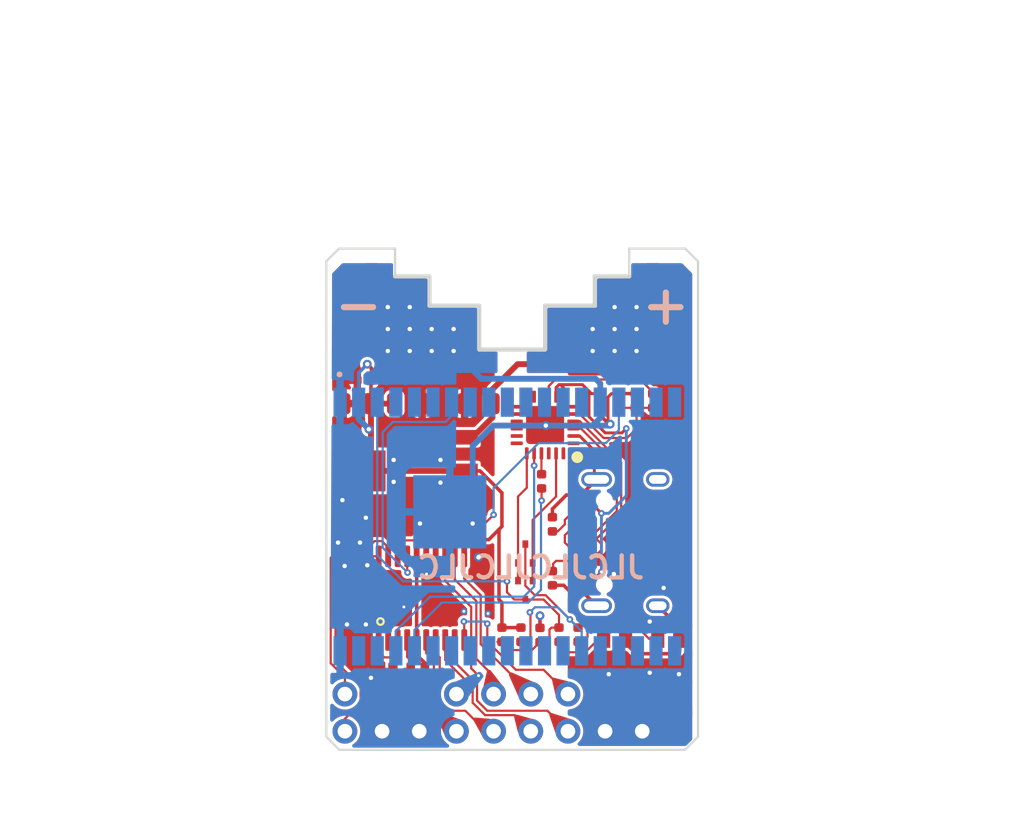
<source format=kicad_pcb>
(kicad_pcb (version 20241229) (generator "pcbnew") (generator_version "9.0")
  (layers (0 "F.Cu" signal) (4 "In1.Cu" signal) (6 "In2.Cu" signal) (2 "B.Cu" signal) (13 "F.Paste" user) (15 "B.Paste" user) (5 "F.SilkS" user "F.Silkscreen") (7 "B.SilkS" user "B.Silkscreen") (1 "F.Mask" user) (3 "B.Mask" user) (25 "Edge.Cuts" user))
  (net 0 "")
  (net 1 "Net-(U4-REGIN)")
  (net 2 "Net-(J1-Pin_3)")
  (net 3 "Net-(J1-Pin_4)")
  (net 4 "Net-(J1-Pin_6)")
  (net 5 "Net-(J1-Pin_5)")
  (net 6 "Net-(U4-D+)")
  (net 7 "Net-(J2-CC2)")
  (net 8 "Net-(U4-D-)")
  (net 9 "Net-(J2-CC1)")
  (net 12 "Net-(J3-Pin_4)")
  (net 13 "Net-(J3-Pin_2)")
  (net 14 "Net-(J3-Pin_1)")
  (net 15 "Net-(J3-Pin_3)")
  (net 16 "Net-(Q1-E)")
  (net 17 "Net-(Q1-B)")
  (net 18 "Net-(U4-TXD)")
  (net 19 "Net-(U4-~{RST})")
  (net 20 "Net-(U2-NRST)")
  (net 21 "Net-(U2-BOOT0)")
  (net 22 "Net-(SW1-A)")
  (net 23 "Net-(SW2-A)")
  (net 46 "GND")
  (net 48 "+5V")
  (net 49 "3V3")
  (net 50 "VIO")
  (net 51 "ESPEN")
  (net 58 "ESPRST")
  (net 59 "ESPRX")
  (net 64 "ESPTX")
  (net 65 "STMTX")
  (net 66 "STMRX")
  (net 67 "SWDIO")
  (net 68 "SWDCLK")
  (footprint "Connector_PinHeader_2.54mm:PinHeader_1x08_P2.54mm_Vertical" (layer "F.Cu") (at 0 0 90)
    (property "Reference" "J1" (hide yes))
    (property "Value" "Conn_01x08_Male")
  )
  (footprint "Connector_PinHeader_2.54mm:PinHeader_1x04_P2.54mm_Vertical" (layer "F.Cu") (at -3.81 -2.54 90)
    (property "Reference" "J3" (hide yes))
    (property "Value" "Conn_01x04_Male")
  )
  (footprint "Connector_PinHeader_2.54mm:PinHeader_1x02_P2.54mm_Vertical" (layer "F.Cu") (at -11.43 -2.54)
    (property "Reference" "J4" (hide yes))
    (property "Value" "Conn_01x02_Male")
  )
  (footprint "Package_DFN_QFN:QFN-24-1EP_4x4mm_P0.5mm_EP2.6x2.6mm" (layer "F.Cu") (at 2.25 -20.9375 90)
    (property "Reference" "U4" (hide yes))
    (property "Value" "CP2104")
  )
  (footprint "footprints:USB_C_Receptacle_HRO_TYPE-C-31-M-12" (layer "F.Cu") (at 8.9 -12.9 90)
    (property "Reference" "J2" (hide yes))
    (property "Value" "USB_C_Receptacle_USB2.0")
  )
  (footprint "Resistor_SMD:R_0402_1005Metric" (layer "F.Cu") (at 2.01 -17.09 90)
    (property "Reference" "R1" (hide yes))
    (property "Value" "1k")
  )
  (footprint "Package_TO_SOT_SMD:SOT-223-3_TabPin2" (layer "F.Cu") (at -6.5 -17.8)
    (property "Reference" "U3" (hide yes))
    (property "Value" "AMS1117-3.3")
  )
  (footprint "Capacitor_SMD:C_0402_1005Metric" (layer "F.Cu") (at 5.9 -22.6 -90)
    (property "Reference" "C1" (hide yes))
    (property "Value" "1uF")
  )
  (footprint "Capacitor_SMD:C_0402_1005Metric" (layer "F.Cu") (at 8.4 -22.6 90)
    (property "Reference" "C3" (hide yes))
    (property "Value" "100nF")
  )
  (footprint "Capacitor_SMD:C_0402_1005Metric" (layer "F.Cu") (at -10.1 -24 180)
    (property "Reference" "C5" (hide yes))
    (property "Value" "100nF")
  )
  (footprint "Capacitor_SMD:C_0402_1005Metric" (layer "F.Cu") (at 7.2 -22.6 90)
    (property "Reference" "C6" (hide yes))
    (property "Value" "1uF")
  )
  (footprint "Capacitor_SMD:C_0402_1005Metric" (layer "F.Cu") (at -6.45 -3.15 180)
    (property "Reference" "C8" (hide yes))
    (property "Value" "100nF")
  )
  (footprint "Resistor_SMD:R_0402_1005Metric" (layer "F.Cu") (at 9.6 -22.6 90)
    (property "Reference" "R2" (hide yes))
    (property "Value" "10k")
  )
  (footprint "Resistor_SMD:R_0402_1005Metric" (layer "F.Cu") (at -0.7 -6.6 -90)
    (property "Reference" "R5" (hide yes))
    (property "Value" "10k")
  )
  (footprint "Resistor_SMD:R_0402_1005Metric" (layer "F.Cu") (at -6.45 -4.4)
    (property "Reference" "R6" (hide yes))
    (property "Value" "10k")
  )
  (footprint "Resistor_SMD:R_0402_1005Metric" (layer "F.Cu") (at -8.15 -3.95 -90)
    (property "Reference" "R7" (hide yes))
    (property "Value" "10k")
  )
  (footprint "Resistor_SMD:R_0402_1005Metric" (layer "F.Cu") (at 2.75 -10.465 90)
    (property "Reference" "R8" (hide yes))
    (property "Value" "5.1k")
  )
  (footprint "Resistor_SMD:R_0402_1005Metric" (layer "F.Cu") (at 2.75 -14.15 -90)
    (property "Reference" "R9" (hide yes))
    (property "Value" "5.1k")
  )
  (footprint "Resistor_SMD:R_0402_1005Metric" (layer "F.Cu") (at 3.2 -6.6 -90)
    (property "Reference" "R10" (hide yes))
    (property "Value" "470 Ohm")
  )
  (footprint "Resistor_SMD:R_0402_1005Metric" (layer "F.Cu") (at 0.6 -6.6 -90)
    (property "Reference" "R11" (hide yes))
    (property "Value" "10k")
  )
  (footprint "Resistor_SMD:R_0402_1005Metric" (layer "F.Cu") (at 4.5 -6.6 -90)
    (property "Reference" "R12" (hide yes))
    (property "Value" "470 Ohm")
  )
  (footprint "Capacitor_SMD:C_0402_1005Metric" (layer "F.Cu") (at 1.9 -6.585 90)
    (property "Reference" "C7" (hide yes))
    (property "Value" "1uF")
  )
  (footprint "Capacitor_SMD:C_0805_2012Metric" (layer "F.Cu") (at -2.3 -22.4 180)
    (property "Reference" "C2" (hide yes))
    (property "Value" "10uF")
  )
  (footprint "Capacitor_SMD:C_0805_2012Metric" (layer "F.Cu") (at -10.6 -22.4 180)
    (property "Reference" "C4" (hide yes))
    (property "Value" "10uF")
  )
  (footprint "Package_TO_SOT_SMD:SOT-523" (layer "F.Cu") (at 0.9 -12.15 90)
    (property "Reference" "Q2" (hide yes))
    (property "Value" "DTC114T")
  )
  (footprint "footprints:XKB-TS1185EC" (layer "F.Cu") (at 7 -4.4 90)
    (property "Reference" "SW1" (hide yes))
    (property "Value" "SW_SPST")
  )
  (footprint "Package_SO:TSSOP-20_4.4x6.5mm_P0.65mm" (layer "F.Cu") (at -6.2 -9.1 90)
    (property "Reference" "U2" (hide yes))
    (property "Value" "STM32F030F4Px")
  )
  (footprint "footprints:XKB-TS1185EC" (layer "F.Cu") (at 10.7 -4.4 90)
    (property "Reference" "SW2" (hide yes))
    (property "Value" "SW_SPST")
  )
  (footprint "Capacitor_SMD:C_0805_2012Metric" (layer "F.Cu") (at -7.1 -22.4)
    (property "Reference" "C9" (hide yes))
    (property "Value" "10uF")
  )
  (footprint "Package_TO_SOT_SMD:SOT-523" (layer "F.Cu") (at 0.9 -9.65 -90)
    (property "Reference" "Q1" (hide yes))
    (property "Value" "DTC114T")
  )
  (footprint "esp32-wrover:XCVR_ESP32-WROVER" (layer "B.Cu") (at -3.5 -14 -90)
    (property "Reference" "U1" (hide yes))
    (property "Value" "ESP32-WROVER")
  )
  (gr_line (start 9.5 -29) (end 11.5 -29) (stroke (width 0.4)) (layer "F.SilkS"))
  (gr_line (start 10.5 -28) (end 10.5 -30) (stroke (width 0.4)) (layer "F.SilkS"))
  (gr_line (start -11.5 -29) (end -9.5 -29) (stroke (width 0.4)) (layer "F.SilkS"))
  (gr_line (start 9.5 -29) (end 11.5 -29) (stroke (width 0.4)) (layer "B.SilkS"))
  (gr_line (start -11.5 -29) (end -9.5 -29) (stroke (width 0.4)) (layer "B.SilkS"))
  (gr_line (start 10.5 -28) (end 10.5 -30) (stroke (width 0.4)) (layer "B.SilkS"))
  (gr_line (start -12.7 -32.131) (end -11.83 -33) (stroke (width 0.15)) (layer "Edge.Cuts"))
  (gr_line (start -5.649784 -31.09991) (end -8.000028 -31.09991) (stroke (width 0.282843)) (layer "Edge.Cuts"))
  (gr_line (start -8 -31.1) (end -8 -33) (stroke (width 0.15)) (layer "Edge.Cuts"))
  (gr_line (start -12.7 0.381) (end -11.811 1.27) (stroke (width 0.15)) (layer "Edge.Cuts"))
  (gr_line (start 5.649267 -31.09991) (end 5.649267 -29.100034) (stroke (width 0.282843)) (layer "Edge.Cuts"))
  (gr_line (start 2.249992 -29.100034) (end 2.249992 -26.099698) (stroke (width 0.282843)) (layer "Edge.Cuts"))
  (gr_line (start -2.249992 -29.100034) (end -5.649784 -29.100034) (stroke (width 0.282843)) (layer "Edge.Cuts"))
  (gr_line (start -5.649784 -29.100034) (end -5.649784 -31.09991) (stroke (width 0.282843)) (layer "Edge.Cuts"))
  (gr_line (start 11.811 1.27) (end 12.7 0.381) (stroke (width 0.15)) (layer "Edge.Cuts"))
  (gr_line (start 8 -33) (end 11.83 -33) (stroke (width 0.15)) (layer "Edge.Cuts"))
  (gr_line (start -12.7 0.381) (end -12.7 -32.131) (stroke (width 0.15)) (layer "Edge.Cuts"))
  (gr_line (start 5.649267 -29.100034) (end 2.249992 -29.100034) (stroke (width 0.282843)) (layer "Edge.Cuts"))
  (gr_line (start 2.249992 -26.099698) (end -2.249992 -26.099698) (stroke (width 0.282843)) (layer "Edge.Cuts"))
  (gr_line (start 12.7 0.381) (end 12.7 -32.131) (stroke (width 0.15)) (layer "Edge.Cuts"))
  (gr_line (start -2.249992 -26.099698) (end -2.249992 -29.100034) (stroke (width 0.282843)) (layer "Edge.Cuts"))
  (gr_line (start 11.83 -33) (end 12.7 -32.131) (stroke (width 0.15)) (layer "Edge.Cuts"))
  (gr_line (start -11.83 -33) (end -8 -33) (stroke (width 0.15)) (layer "Edge.Cuts"))
  (gr_line (start 8 -31.1) (end 8 -33) (stroke (width 0.15)) (layer "Edge.Cuts"))
  (gr_line (start -11.811 1.27) (end 11.811 1.27) (stroke (width 0.15)) (layer "Edge.Cuts"))
  (gr_line (start 7.999512 -31.09991) (end 5.649267 -31.09991) (stroke (width 0.282843)) (layer "Edge.Cuts"))
  (gr_text "JLCJLCJLCJLC" (at 1.27 -11.2 0) (layer "B.SilkS") (effects (font (size 1.5 1.5) (thickness 0.3)) (justify mirror)))
  (segment (start 3 -23.5) (end 3.2 -23.7) (width 0.2) (layer "F.Cu") (net 1))
  (segment (start 3.2 -23.7) (end 3.3 -23.7) (width 0.2) (layer "F.Cu") (net 1))
  (segment (start 3.3 -23.7) (end 3.5 -23.5) (width 0.2) (layer "F.Cu") (net 1))
  (segment (start 3.5 -23.5) (end 3.5 -22.875) (width 0.2) (layer "F.Cu") (net 1))
  (segment (start 6.1 -14.9) (end 5.65 -15.35) (width 0.2) (layer "F.Cu") (net 1))
  (segment (start 5.65 -15.35) (end 4.855 -15.35) (width 0.2) (layer "F.Cu") (net 1))
  (segment (start 6.1 -10.9) (end 5.65 -10.45) (width 0.2) (layer "F.Cu") (net 1))
  (segment (start 5.65 -10.45) (end 4.855 -10.45) (width 0.2) (layer "F.Cu") (net 1))
  (segment (start 7.8 -20.7) (end 7.5 -20.4) (width 0.2) (layer "F.Cu") (net 1))
  (segment (start 7.5 -20.4) (end 6.359622 -20.4) (width 0.2) (layer "F.Cu") (net 1))
  (segment (start 4.8 -23.7) (end 3.3 -23.7) (width 0.2) (layer "F.Cu") (net 1))
  (segment (start 6.359622 -20.4) (end 5.25 -21.509622) (width 0.2) (layer "F.Cu") (net 1))
  (segment (start 5.25 -23.25) (end 4.8 -23.7) (width 0.2) (layer "F.Cu") (net 1))
  (segment (start 3 -22.875) (end 3 -23.5) (width 0.2) (layer "F.Cu") (net 1))
  (segment (start 5.25 -21.509622) (end 5.25 -23.25) (width 0.2) (layer "F.Cu") (net 1))
  (segment (start 5.9 -23.085) (end 5.415 -23.085) (width 0.2) (layer "F.Cu") (net 1))
  (segment (start 5.415 -23.085) (end 5.25 -23.25) (width 0.2) (layer "F.Cu") (net 1))
  (via (at 6.1 -14.9) (size 0.45) (drill 0.2) (layers "F.Cu" "B.Cu") (net 1))
  (via (at 6.1 -10.9) (size 0.45) (drill 0.2) (layers "F.Cu" "B.Cu") (net 1))
  (via (at 7.8 -20.7) (size 0.45) (drill 0.2) (layers "F.Cu" "B.Cu") (net 1))
  (segment (start 7.8 -20.7) (end 7.8 -16.1) (width 0.2) (layer "B.Cu") (net 1))
  (segment (start 7.8 -16.1) (end 6.6 -14.9) (width 0.2) (layer "B.Cu") (net 1))
  (segment (start 6.1 -14.9) (end 6.6 -14.9) (width 0.2) (layer "B.Cu") (net 1))
  (segment (start 6.1 -14.9) (end 6.1 -10.9) (width 0.2) (layer "B.Cu") (net 1))
  (segment (start -5.355 -1.895) (end -5.35 -1.9) (width 0.15) (layer "F.Cu") (net 2))
  (segment (start -5.35 -4.825) (end -5.875 -5.35) (width 0.15) (layer "F.Cu") (net 2))
  (segment (start -5.355 -1.545) (end -5.355 -1.895) (width 0.15) (layer "F.Cu") (net 2))
  (segment (start -5.35 -1.9) (end -5.35 -4.825) (width 0.15) (layer "F.Cu") (net 2))
  (segment (start -3.81 0) (end -5.355 -1.545) (width 0.15) (layer "F.Cu") (net 2))
  (segment (start -5.875 -5.35) (end -5.875 -6.2375) (width 0.15) (layer "F.Cu") (net 2))
  (segment (start -1.8 0) (end -3.2 -1.4) (width 0.15) (layer "F.Cu") (net 3))
  (segment (start -5.225 -5.325) (end -5.225 -6.2375) (width 0.15) (layer "F.Cu") (net 3))
  (segment (start -4.95 -1.95) (end -4.95 -5.05) (width 0.15) (layer "F.Cu") (net 3))
  (segment (start -3.2 -1.4) (end -4.4 -1.4) (width 0.15) (layer "F.Cu") (net 3))
  (segment (start -1.27 0) (end -1.8 0) (width 0.15) (layer "F.Cu") (net 3))
  (segment (start -4.4 -1.4) (end -4.95 -1.95) (width 0.15) (layer "F.Cu") (net 3))
  (segment (start -4.95 -5.05) (end -5.225 -5.325) (width 0.15) (layer "F.Cu") (net 3))
  (segment (start -2.39999 -3.19999) (end -2.39999 -2.09999) (width 0.15) (layer "F.Cu") (net 4))
  (segment (start 2.41 -1.4) (end 2.5 -1.31) (width 0.15) (layer "F.Cu") (net 4))
  (segment (start 2.5 -1.31) (end 3.81 0) (width 0.15) (layer "F.Cu") (net 4))
  (segment (start -1.7 -1.4) (end 2.41 -1.4) (width 0.15) (layer "F.Cu") (net 4))
  (segment (start -3.925 -6.2375) (end -3.925 -4.725) (width 0.15) (layer "F.Cu") (net 4))
  (segment (start -2.39999 -2.09999) (end -1.7 -1.4) (width 0.15) (layer "F.Cu") (net 4))
  (segment (start -3.925 -4.725) (end -2.39999 -3.19999) (width 0.15) (layer "F.Cu") (net 4))
  (segment (start -2.7 -1.95) (end -1.85 -1.1) (width 0.15) (layer "F.Cu") (net 5))
  (segment (start 0.17 -1.1) (end 1.27 0) (width 0.15) (layer "F.Cu") (net 5))
  (segment (start -2.7 -3) (end -2.7 -1.95) (width 0.15) (layer "F.Cu") (net 5))
  (segment (start -4.575 -4.875) (end -2.7 -3) (width 0.15) (layer "F.Cu") (net 5))
  (segment (start -1.85 -1.1) (end 0.17 -1.1) (width 0.15) (layer "F.Cu") (net 5))
  (segment (start -4.575 -6.2375) (end -4.575 -4.875) (width 0.15) (layer "F.Cu") (net 5))
  (segment (start 3.85 -12.65) (end 3.6 -12.9) (width 0.15) (layer "F.Cu") (net 6))
  (segment (start 3.6 -12.9) (end 3.6 -13.4) (width 0.15) (layer "F.Cu") (net 6))
  (segment (start 3.6 -13.4) (end 3.85 -13.65) (width 0.15) (layer "F.Cu") (net 6))
  (segment (start 3.85 -13.65) (end 4.855 -13.65) (width 0.15) (layer "F.Cu") (net 6))
  (segment (start 4.6125 -20.6875) (end 4.1875 -20.6875) (width 0.15) (layer "F.Cu") (net 6))
  (segment (start 7.15 -15.05) (end 7.15 -18.25) (width 0.15) (layer "F.Cu") (net 6))
  (segment (start 5.75 -13.65) (end 7.15 -15.05) (width 0.15) (layer "F.Cu") (net 6))
  (segment (start 4.855 -13.65) (end 5.75 -13.65) (width 0.15) (layer "F.Cu") (net 6))
  (segment (start 4.7125 -20.6875) (end 4.1875 -20.6875) (width 0.15) (layer "F.Cu") (net 6))
  (segment (start 4.855 -12.65) (end 3.85 -12.65) (width 0.15) (layer "F.Cu") (net 6))
  (segment (start 7.15 -18.25) (end 4.7125 -20.6875) (width 0.15) (layer "F.Cu") (net 6))
  (segment (start 3.115 -13.665) (end 3.6 -14.15) (width 0.15) (layer "F.Cu") (net 7))
  (segment (start 3.6 -14.15) (end 3.6 -14.45) (width 0.15) (layer "F.Cu") (net 7))
  (segment (start 3.6 -14.45) (end 3.8 -14.65) (width 0.15) (layer "F.Cu") (net 7))
  (segment (start 3.8 -14.65) (end 4.855 -14.65) (width 0.15) (layer "F.Cu") (net 7))
  (segment (start 2.75 -13.665) (end 3.115 -13.665) (width 0.15) (layer "F.Cu") (net 7))
  (segment (start 5.85 -12.15) (end 6.1 -12.4) (width 0.15) (layer "F.Cu") (net 8))
  (segment (start 6.1 -12.4) (end 6.1 -12.8) (width 0.15) (layer "F.Cu") (net 8))
  (segment (start 6.1 -12.8) (end 5.75 -13.15) (width 0.15) (layer "F.Cu") (net 8))
  (segment (start 5.75 -13.15) (end 4.855 -13.15) (width 0.15) (layer "F.Cu") (net 8))
  (segment (start 4.855 -12.15) (end 5.85 -12.15) (width 0.15) (layer "F.Cu") (net 8))
  (segment (start 5.75 -13.15) (end 7.45 -14.85) (width 0.15) (layer "F.Cu") (net 8))
  (segment (start 7.45 -18.374279) (end 4.636779 -21.1875) (width 0.15) (layer "F.Cu") (net 8))
  (segment (start 7.45 -14.85) (end 7.45 -18.374279) (width 0.15) (layer "F.Cu") (net 8))
  (segment (start 4.636779 -21.1875) (end 4.1875 -21.1875) (width 0.15) (layer "F.Cu") (net 8))
  (segment (start 3 -11.65) (end 2.8 -11.45) (width 0.15) (layer "F.Cu") (net 9))
  (segment (start 4.855 -11.65) (end 3 -11.65) (width 0.15) (layer "F.Cu") (net 9))
  (segment (start 2.8 -11.45) (end 2.8 -10.95) (width 0.15) (layer "F.Cu") (net 9))
  (segment (start -3.275 -7.475) (end -3.3 -7.5) (width 0.15) (layer "F.Cu") (net 12))
  (segment (start -3.275 -6.2375) (end -3.275 -7.475) (width 0.15) (layer "F.Cu") (net 12))
  (segment (start 0.25 -4.2) (end -1.7 -6.15) (width 0.15) (layer "F.Cu") (net 12))
  (segment (start 3.81 -2.54) (end 2.15 -4.2) (width 0.15) (layer "F.Cu") (net 12))
  (segment (start 2.15 -4.2) (end 0.25 -4.2) (width 0.15) (layer "F.Cu") (net 12))
  (segment (start -1.7 -6.15) (end -1.7 -7.35) (width 0.15) (layer "F.Cu") (net 12))
  (via (at -1.7 -7.35) (size 0.45) (drill 0.2) (layers "F.Cu" "B.Cu") (net 12))
  (via (at -3.3 -7.5) (size 0.45) (drill 0.2) (layers "F.Cu" "B.Cu") (net 12))
  (segment (start -1.85 -7.5) (end -1.7 -7.35) (width 0.15) (layer "B.Cu") (net 12))
  (segment (start -3.3 -7.5) (end -1.85 -7.5) (width 0.15) (layer "B.Cu") (net 12))
  (segment (start -3.925 -10.375) (end -3.925 -11.9625) (width 0.15) (layer "F.Cu") (net 13))
  (segment (start -1.27 -3.77) (end -2.45 -4.95) (width 0.15) (layer "F.Cu") (net 13))
  (segment (start -1.27 -2.54) (end -1.27 -3.77) (width 0.15) (layer "F.Cu") (net 13))
  (segment (start -2.45 -4.95) (end -2.45 -8.9) (width 0.15) (layer "F.Cu") (net 13))
  (segment (start -2.45 -8.9) (end -3.925 -10.375) (width 0.15) (layer "F.Cu") (net 13))
  (segment (start -2.8 -8.5) (end -2.8 -4.3) (width 0.15) (layer "F.Cu") (net 14))
  (segment (start -4.575 -11.9625) (end -4.575 -10.275) (width 0.15) (layer "F.Cu") (net 14))
  (segment (start -4.575 -10.275) (end -2.8 -8.5) (width 0.15) (layer "F.Cu") (net 14))
  (segment (start -2.8 -4.3) (end -2.3 -3.8) (width 0.15) (layer "F.Cu") (net 14))
  (via (at -2.3 -3.8) (size 0.45) (drill 0.2) (layers "F.Cu" "B.Cu") (net 14))
  (segment (start -3.37 -2.54) (end -3.81 -2.54) (width 0.15) (layer "B.Cu") (net 14))
  (segment (start -3.56 -2.54) (end -3.81 -2.54) (width 0.15) (layer "B.Cu") (net 14))
  (segment (start -2.3 -3.8) (end -3.56 -2.54) (width 0.15) (layer "B.Cu") (net 14))
  (segment (start -2.15 -5.96) (end -2.15 -9.3) (width 0.15) (layer "F.Cu") (net 15))
  (segment (start 1.27 -2.54) (end 1.27 -2.88) (width 0.15) (layer "F.Cu") (net 15))
  (segment (start -2.15 -9.3) (end -3.275 -10.425) (width 0.15) (layer "F.Cu") (net 15))
  (segment (start 1.27 -2.88) (end 0.8 -3.35) (width 0.15) (layer "F.Cu") (net 15))
  (segment (start 1.27 -2.54) (end -2.15 -5.96) (width 0.15) (layer "F.Cu") (net 15))
  (segment (start -3.275 -10.425) (end -3.275 -11.9625) (width 0.15) (layer "F.Cu") (net 15))
  (segment (start 0.4 -11.505) (end 0.4 -16.05) (width 0.15) (layer "F.Cu") (net 16))
  (segment (start 0.4 -10.295) (end 0.4 -11.505) (width 0.15) (layer "F.Cu") (net 16))
  (segment (start 0.4 -16.05) (end 1 -16.65) (width 0.15) (layer "F.Cu") (net 16))
  (segment (start 1 -16.65) (end 1 -19) (width 0.15) (layer "F.Cu") (net 16))
  (segment (start 1.4 -14.45) (end 3 -16.05) (width 0.15) (layer "F.Cu") (net 17))
  (segment (start 3 -16.05) (end 3 -19) (width 0.15) (layer "F.Cu") (net 17))
  (segment (start 1.4 -11.505) (end 1.4 -14.45) (width 0.15) (layer "F.Cu") (net 17))
  (segment (start 1.4 -10.295) (end 1.4 -11.505) (width 0.15) (layer "F.Cu") (net 17))
  (segment (start 2 -17.585) (end 2.01 -17.575) (width 0.15) (layer "F.Cu") (net 18))
  (segment (start 2 -19) (end 2 -17.585) (width 0.15) (layer "F.Cu") (net 18))
  (segment (start 9.4 -23.4) (end 8.75 -24.05) (width 0.15) (layer "F.Cu") (net 19))
  (segment (start 8.75 -24.05) (end 2.95 -24.05) (width 0.15) (layer "F.Cu") (net 19))
  (segment (start 2.95 -24.05) (end 2.5 -23.6) (width 0.15) (layer "F.Cu") (net 19))
  (segment (start 2.5 -23.6) (end 2.5 -22.875) (width 0.15) (layer "F.Cu") (net 19))
  (segment (start 9.4 -23.085) (end 9.4 -23.4) (width 0.18) (layer "F.Cu") (net 19))
  (segment (start -6.935 -4.4) (end -6.935 -4.835) (width 0.15) (layer "F.Cu") (net 20))
  (segment (start -6.935 -4.835) (end -7.175 -5.075) (width 0.15) (layer "F.Cu") (net 20))
  (segment (start -7.175 -5.075) (end -7.175 -6.2375) (width 0.15) (layer "F.Cu") (net 20))
  (segment (start -8.3 -5.05) (end -8.15 -4.9) (width 0.15) (layer "F.Cu") (net 21))
  (segment (start -8.15 -4.9) (end -8.15 -4.435) (width 0.15) (layer "F.Cu") (net 21))
  (segment (start -9.125 -5.425) (end -8.75 -5.05) (width 0.15) (layer "F.Cu") (net 21))
  (segment (start -9.125 -6.2375) (end -9.125 -5.425) (width 0.15) (layer "F.Cu") (net 21))
  (segment (start -8.75 -5.05) (end -8.3 -5.05) (width 0.15) (layer "F.Cu") (net 21))
  (segment (start 5.925 -6.325) (end 5 -5.4) (width 0.15) (layer "F.Cu") (net 22))
  (segment (start 3.915 -5.4) (end 3.2 -6.115) (width 0.15) (layer "F.Cu") (net 22))
  (segment (start 5 -5.4) (end 3.915 -5.4) (width 0.15) (layer "F.Cu") (net 22))
  (segment (start 6.25 -6.325) (end 5.925 -6.325) (width 0.15) (layer "F.Cu") (net 22))
  (segment (start 4.82 -6.115) (end 5.1525 -6.4475) (width 0.15) (layer "F.Cu") (net 23))
  (segment (start 8.350001 -7.324999) (end 5.524999 -7.324999) (width 0.15) (layer "F.Cu") (net 23))
  (segment (start 4.5 -6.115) (end 4.82 -6.115) (width 0.15) (layer "F.Cu") (net 23))
  (segment (start 5.524999 -7.324999) (end 5.1525 -6.9525) (width 0.15) (layer "F.Cu") (net 23))
  (segment (start 5.1525 -6.4475) (end 5.1525 -6.9525) (width 0.15) (layer "F.Cu") (net 23))
  (segment (start 9.35 -6.325) (end 8.350001 -7.324999) (width 0.15) (layer "F.Cu") (net 23))
  (segment (start 9.95 -6.325) (end 9.35 -6.325) (width 0.15) (layer "F.Cu") (net 23))
  (segment (start -8.5 -26) (end -8.3 -25.8) (width 0.4) (layer "F.Cu") (net 46))
  (segment (start 6.7 -21) (end 6.65 -21.05) (width 0.4) (layer "F.Cu") (net 46))
  (segment (start 6.65 -21.05) (end 6.56 -21.05) (width 0.4) (layer "F.Cu") (net 46))
  (segment (start -9.085 -0.195) (end -8.89 0) (width 0.24) (layer "F.Cu") (net 46))
  (segment (start -11.41 -8.76) (end -11.41 -9.085) (width 0.24) (layer "F.Cu") (net 46))
  (segment (start 4.855 -9.495) (end 5.77 -8.58) (width 0.24) (layer "F.Cu") (net 46))
  (segment (start 2.29 -20.8) (end 2.24 -20.75) (width 0.24) (layer "F.Cu") (net 46))
  (segment (start 2.24 -20.75) (end 2.24 -21.0375) (width 0.24) (layer "F.Cu") (net 46))
  (segment (start 2.3 -20.9) (end 2.24 -20.96) (width 0.24) (layer "F.Cu") (net 46))
  (segment (start 2.24 -20.96) (end 2.24 -21.0375) (width 0.24) (layer "F.Cu") (net 46))
  (segment (start 3.85 -9.65) (end 3.52 -9.98) (width 0.24) (layer "F.Cu") (net 46))
  (segment (start 5.77 -8.58) (end 5.92 -8.58) (width 0.24) (layer "F.Cu") (net 46))
  (segment (start 4.1875 -20.1875) (end 4.612668 -20.1875) (width 0.2) (layer "F.Cu") (net 46))
  (segment (start -11.41 -9.085) (end -11.41 -7.42) (width 0.24) (layer "F.Cu") (net 46))
  (segment (start 11.45 -5.5) (end 11.25 -5.3) (width 0.24) (layer "F.Cu") (net 46))
  (segment (start -3.35 -16.45) (end -3.35 -15.5) (width 0.24) (layer "F.Cu") (net 46))
  (segment (start 5.615 -19.185168) (end 5.615 -19.02) (width 0.2) (layer "F.Cu") (net 46))
  (segment (start 3.7 -16.15) (end 4.855 -16.15) (width 0.24) (layer "F.Cu") (net 46))
  (segment (start -3.2 -16.6) (end -3.35 -16.45) (width 0.24) (layer "F.Cu") (net 46))
  (segment (start -8.15 -3.465) (end -7.865 -3.465) (width 0.24) (layer "F.Cu") (net 46))
  (segment (start 4.855 -9.65) (end 3.85 -9.65) (width 0.24) (layer "F.Cu") (net 46))
  (segment (start 4.855 -16.305) (end 5.77 -17.22) (width 0.24) (layer "F.Cu") (net 46))
  (segment (start 5.615 -19.02) (end 5.615 -17.375) (width 0.2) (layer "F.Cu") (net 46))
  (segment (start 6.55 -21.06) (end 6.56 -21.05) (width 0.2) (layer "F.Cu") (net 46))
  (segment (start -7.55 -3.15) (end -6.935 -3.15) (width 0.24) (layer "F.Cu") (net 46))
  (segment (start -11.41 -7.42) (end -11.29 -7.3) (width 0.24) (layer "F.Cu") (net 46))
  (segment (start 11.25 -5.3) (end 8.475 -5.3) (width 0.24) (layer "F.Cu") (net 46))
  (segment (start 4.855 -16.15) (end 4.855 -16.305) (width 0.24) (layer "F.Cu") (net 46))
  (segment (start 1.9 -7.07) (end 1.9 -7.9) (width 0.24) (layer "F.Cu") (net 46))
  (segment (start 6.785 -23.085) (end 6.55 -22.85) (width 0.2) (layer "F.Cu") (net 46))
  (segment (start 8.475 -5.3) (end 7.75 -6.025) (width 0.24) (layer "F.Cu") (net 46))
  (segment (start 5.615 -17.375) (end 5.77 -17.22) (width 0.24) (layer "F.Cu") (net 46))
  (segment (start 7.4 -23.085) (end 8.5 -23.085) (width 0.24) (layer "F.Cu") (net 46))
  (segment (start 3.52 -9.98) (end 2.8 -9.98) (width 0.24) (layer "F.Cu") (net 46))
  (segment (start 9.95 -8.58) (end 11.45 -7.08) (width 0.24) (layer "F.Cu") (net 46))
  (segment (start 11.45 -7.08) (end 11.45 -5.5) (width 0.24) (layer "F.Cu") (net 46))
  (segment (start 5.95 -22.115) (end 5.95 -21.66) (width 0.24) (layer "F.Cu") (net 46))
  (segment (start 2.75 -15.2) (end 3.7 -16.15) (width 0.24) (layer "F.Cu") (net 46))
  (segment (start 5.95 -21.66) (end 6.56 -21.05) (width 0.24) (layer "F.Cu") (net 46))
  (segment (start 2.75 -14.635) (end 2.75 -15.2) (width 0.24) (layer "F.Cu") (net 46))
  (segment (start 6.55 -22.85) (end 6.55 -21.06) (width 0.2) (layer "F.Cu") (net 46))
  (segment (start 4.855 -9.65) (end 4.855 -9.495) (width 0.24) (layer "F.Cu") (net 46))
  (segment (start -7.865 -3.465) (end -7.55 -3.15) (width 0.24) (layer "F.Cu") (net 46))
  (segment (start 4.612668 -20.1875) (end 5.615 -19.185168) (width 0.2) (layer "F.Cu") (net 46))
  (segment (start 7.4 -23.085) (end 6.785 -23.085) (width 0.2) (layer "F.Cu") (net 46))
  (via (at -8.5 -27.5) (size 0.6) (drill 0.3) (layers "F.Cu" "B.Cu") (net 46))
  (via (at -8.5 -26) (size 0.6) (drill 0.3) (layers "F.Cu" "B.Cu") (net 46))
  (via (at -8.5 -29) (size 0.6) (drill 0.3) (layers "F.Cu" "B.Cu") (net 46))
  (via (at -5.85 -10.75) (size 0.45) (drill 0.2) (layers "F.Cu" "B.Cu") (net 46))
  (via (at -7.4 -8.5) (size 0.45) (drill 0.2) (layers "F.Cu" "B.Cu") (net 46))
  (via (at -10.4 -12.9) (size 0.6) (drill 0.3) (layers "F.Cu" "B.Cu") (net 46))
  (via (at -11.9 -12.9) (size 0.6) (drill 0.3) (layers "F.Cu" "B.Cu") (net 46))
  (via (at -11.45 -11.3) (size 0.6) (drill 0.3) (layers "F.Cu" "B.Cu") (net 46))
  (via (at -9.9 -11.35) (size 0.6) (drill 0.3) (layers "F.Cu" "B.Cu") (net 46))
  (via (at -9.65 -3.65) (size 0.6) (drill 0.3) (layers "F.Cu" "B.Cu") (net 46))
  (via (at -2.7 -14.2) (size 0.6) (drill 0.3) (layers "F.Cu" "B.Cu") (net 46))
  (via (at -6.3 -14.2) (size 0.6) (drill 0.3) (layers "F.Cu" "B.Cu") (net 46))
  (via (at -8.1 -18.55) (size 0.6) (drill 0.3) (layers "F.Cu" "B.Cu") (net 46))
  (via (at -8.1 -17.05) (size 0.6) (drill 0.3) (layers "F.Cu" "B.Cu") (net 46))
  (via (at -4.9 -17) (size 0.6) (drill 0.3) (layers "F.Cu" "B.Cu") (net 46))
  (via (at -4.9 -18.55) (size 0.6) (drill 0.3) (layers "F.Cu" "B.Cu") (net 46))
  (via (at -3.3 -8.2) (size 0.45) (drill 0.2) (layers "F.Cu" "B.Cu") (net 46))
  (via (at -1.65 -8.05) (size 0.45) (drill 0.2) (layers "F.Cu" "B.Cu") (net 46))
  (via (at -4 -27.5) (size 0.6) (drill 0.3) (layers "F.Cu" "B.Cu") (net 46))
  (via (at -7 -29) (size 0.6) (drill 0.3) (layers "F.Cu" "B.Cu") (net 46))
  (via (at -5.5 -27.5) (size 0.6) (drill 0.3) (layers "F.Cu" "B.Cu") (net 46))
  (via (at -11.6 -15.8) (size 0.6) (drill 0.3) (layers "F.Cu" "B.Cu") (net 46))
  (via (at -7 -26) (size 0.6) (drill 0.3) (layers "F.Cu" "B.Cu") (net 46))
  (via (at -11.29 -7.3) (size 0.6) (drill 0.3) (layers "F.Cu" "B.Cu") (net 46))
  (via (at -5.5 -26) (size 0.6) (drill 0.3) (layers "F.Cu" "B.Cu") (net 46))
  (via (at -4 -26) (size 0.6) (drill 0.3) (layers "F.Cu" "B.Cu") (net 46))
  (via (at 6.7 -21) (size 0.6) (drill 0.3) (layers "F.Cu" "B.Cu") (net 46))
  (via (at -2.3 -11.9) (size 0.6) (drill 0.3) (layers "F.Cu" "B.Cu") (net 46))
  (via (at -10 -14.6) (size 0.6) (drill 0.3) (layers "F.Cu" "B.Cu") (net 46))
  (via (at -7 -27.5) (size 0.6) (drill 0.3) (layers "F.Cu" "B.Cu") (net 46))
  (via (at 1.9 -7.9) (size 0.6) (drill 0.3) (layers "F.Cu" "B.Cu") (net 46))
  (via (at -10 -7.3) (size 0.6) (drill 0.3) (layers "F.Cu" "B.Cu") (net 46))
  (via (at 2.3 -20.9) (size 0.6) (drill 0.3) (layers "F.Cu" "B.Cu") (net 46))
  (segment (start -11.76 -5.5) (end -11.76 -6.24) (width 0.25) (layer "B.Cu") (net 46))
  (segment (start 5.5 -20.9) (end 6.02 -21.42) (width 0.4) (layer "B.Cu") (net 46))
  (segment (start 6.02 -21.42) (end 6.02 -22.5) (width 0.4) (layer "B.Cu") (net 46))
  (segment (start 5.4 -20.9) (end 5.5 -20.9) (width 0.4) (layer "B.Cu") (net 46))
  (segment (start 6.6 -20.9) (end 6.7 -21) (width 0.4) (layer "B.Cu") (net 46))
  (segment (start -11.7 -24.4) (end -11.76 -24.34) (width 0.24) (layer "B.Cu") (net 46))
  (segment (start -11.76 -24.34) (end -11.76 -22.5) (width 0.24) (layer "B.Cu") (net 46))
  (segment (start 6.02 -23.78) (end 5.7 -24.1) (width 0.4) (layer "B.Cu") (net 46))
  (segment (start 5.7 -24.1) (end -2.1 -24.1) (width 0.4) (layer "B.Cu") (net 46))
  (segment (start -4 -26) (end -2.1 -24.1) (width 0.4) (layer "B.Cu") (net 46))
  (segment (start -10.1 -26) (end -8.5 -26) (width 0.4) (layer "B.Cu") (net 46))
  (segment (start -8.89 -1.97) (end -10.76 -3.84) (width 0.4) (layer "B.Cu") (net 46))
  (segment (start -10.76 -3.84) (end -11.59 -3.84) (width 0.4) (layer "B.Cu") (net 46))
  (segment (start -11.59 -3.84) (end -11.76 -4.01) (width 0.4) (layer "B.Cu") (net 46))
  (segment (start -11.76 -4.01) (end -11.76 -5.5) (width 0.4) (layer "B.Cu") (net 46))
  (segment (start 2.29 -20.8) (end 2.29 -20.8) (width 0.24) (layer "B.Cu") (net 46))
  (segment (start 2.3 -20.9) (end 2.29 -20.9) (width 0.4) (layer "B.Cu") (net 46))
  (segment (start 2.3 -20.9) (end -1.3 -20.9) (width 0.4) (layer "B.Cu") (net 46))
  (segment (start -1.3 -20.9) (end -2.7 -19.5) (width 0.4) (layer "B.Cu") (net 46))
  (segment (start -11.2 -15.8) (end -10 -14.6) (width 0.24) (layer "B.Cu") (net 46))
  (segment (start 6.02 -22.5) (end 6.02 -23.365996) (width 0.4) (layer "B.Cu") (net 46))
  (segment (start -11.76 -22.5) (end -11.76 -15.96) (width 0.4) (layer "B.Cu") (net 46))
  (segment (start -4.26 -15) (end -5 -15) (width 0.24) (layer "B.Cu") (net 46))
  (segment (start 2.29 -20.9) (end 2.29 -20.8) (width 0.24) (layer "B.Cu") (net 46))
  (segment (start -11.7 -24.4) (end -10.1 -26) (width 0.4) (layer "B.Cu") (net 46))
  (segment (start -2.7 -19.5) (end -2.7 -16.56) (width 0.4) (layer "B.Cu") (net 46))
  (segment (start -2.7 -16.56) (end -4.26 -15) (width 0.4) (layer "B.Cu") (net 46))
  (segment (start 5.4 -20.9) (end 6.6 -20.9) (width 0.4) (layer "B.Cu") (net 46))
  (segment (start 2.3 -20.9) (end 5.4 -20.9) (width 0.4) (layer "B.Cu") (net 46))
  (segment (start 6.02 -23.78) (end 6.02 -22.5) (width 0.4) (layer "B.Cu") (net 46))
  (segment (start -8.89 0) (end -8.89 -1.97) (width 0.4) (layer "B.Cu") (net 46))
  (segment (start -11.76 -15.96) (end -11.6 -15.8) (width 0.4) (layer "B.Cu") (net 46))
  (segment (start -11.6 -15.8) (end -11.2 -15.8) (width 0.24) (layer "B.Cu") (net 46))
  (segment (start -0.725 -24) (end 0.375 -25.1) (width 0.4) (layer "F.Cu") (net 48))
  (segment (start 8.4 -9.9) (end 10 -9.9) (width 0.24) (layer "F.Cu") (net 48))
  (segment (start 10.7 -3.5) (end 10.7 -1.2) (width 0.2) (layer "F.Cu") (net 48))
  (segment (start 12.2 -3.4) (end 12.2 -1.1) (width 0.2) (layer "F.Cu") (net 48))
  (segment (start 12.2 -7.3) (end 12.2 -5) (width 0.2) (layer "F.Cu") (net 48))
  (segment (start 6.35 0) (end 6.35 -0.55) (width 0.24) (layer "F.Cu") (net 48))
  (segment (start -0.725 -24) (end -1.35 -23.375) (width 0.4) (layer "F.Cu") (net 48))
  (segment (start 0.375 -25.1) (end 4.6 -25.1) (width 0.4) (layer "F.Cu") (net 48))
  (segment (start 4.6 -25.1) (end 5.5 -26) (width 0.4) (layer "F.Cu") (net 48))
  (segment (start -1.35 -22.4) (end -1.35 -21.45) (width 0.4) (layer "F.Cu") (net 48))
  (segment (start -1.35 -23.375) (end -1.35 -22.4) (width 0.4) (layer "F.Cu") (net 48))
  (segment (start 6.6 -3.9) (end 7 -3.5) (width 0.24) (layer "F.Cu") (net 48))
  (segment (start -1.35 -21.45) (end -2.7 -20.1) (width 0.4) (layer "F.Cu") (net 48))
  (segment (start 7 -3.5) (end 7 -1.2) (width 0.2) (layer "F.Cu") (net 48))
  (segment (start -2.7 -20.1) (end -3.35 -20.1) (width 0.4) (layer "F.Cu") (net 48))
  (via (at 8.5 -27.5) (size 0.6) (drill 0.3) (layers "F.Cu" "B.Cu") (net 48))
  (via (at 7 -27.5) (size 0.6) (drill 0.3) (layers "F.Cu" "B.Cu") (net 48))
  (via (at 8.5 -26) (size 0.6) (drill 0.3) (layers "F.Cu" "B.Cu") (net 48))
  (via (at 7 -29) (size 0.6) (drill 0.3) (layers "F.Cu" "B.Cu") (net 48))
  (via (at 7 -26) (size 0.6) (drill 0.3) (layers "F.Cu" "B.Cu") (net 48))
  (via (at 8.5 -29) (size 0.6) (drill 0.3) (layers "F.Cu" "B.Cu") (net 48))
  (via (at 5.5 -27.5) (size 0.6) (drill 0.3) (layers "F.Cu" "B.Cu") (net 48))
  (via (at 5.5 -26) (size 0.6) (drill 0.3) (layers "F.Cu" "B.Cu") (net 48))
  (via (at 6.6 -3.9) (size 0.6) (drill 0.3) (layers "F.Cu" "B.Cu") (net 48))
  (via (at 9.4 -4) (size 0.6) (drill 0.3) (layers "F.Cu" "B.Cu") (net 48))
  (via (at 11.4 -3.9) (size 0.6) (drill 0.3) (layers "F.Cu" "B.Cu") (net 48))
  (via (at 9.4 -7.5) (size 0.6) (drill 0.3) (layers "F.Cu" "B.Cu") (net 48))
  (via (at 6.95 -10.75) (size 0.6) (drill 0.3) (layers "F.Cu" "B.Cu") (net 48))
  (via (at 10.35 -9.8) (size 0.6) (drill 0.3) (layers "F.Cu" "B.Cu") (net 48))
  (segment (start 10 -9.9) (end 11.5 -9.9) (width 0.24) (layer "B.Cu") (net 48))
  (segment (start -5.965 -3.15) (end -5.965 -4.4) (width 0.24) (layer "F.Cu") (net 49))
  (segment (start -6.525 -6.2375) (end -6.525 -11.9625) (width 0.24) (layer "F.Cu") (net 49))
  (segment (start -9.65 -22.4) (end -9.65 -23.965) (width 0.24) (layer "F.Cu") (net 49))
  (segment (start -9.65 -23.965) (end -9.615 -24) (width 0.24) (layer "F.Cu") (net 49))
  (segment (start -3.35 -17.8) (end -9.65 -17.8) (width 0.4) (layer "F.Cu") (net 49))
  (segment (start -0.7 -7.085) (end -0.7 -8.8) (width 0.24) (layer "F.Cu") (net 49))
  (segment (start -6.125 -13.1) (end -6.525 -12.7) (width 0.24) (layer "F.Cu") (net 49))
  (segment (start -6.525 -5.225) (end -6.525 -6.2375) (width 0.24) (layer "F.Cu") (net 49))
  (segment (start -9.65 -17.8) (end -9.65 -20.505) (width 0.24) (layer "F.Cu") (net 49))
  (segment (start -1.6 -13.1) (end -6.125 -13.1) (width 0.24) (layer "F.Cu") (net 49))
  (segment (start -0.7 -16.3) (end -2.2 -17.8) (width 0.24) (layer "F.Cu") (net 49))
  (segment (start -0.9 -9) (end -0.9 -13.7) (width 0.24) (layer "F.Cu") (net 49))
  (segment (start -0.9 -13.7) (end -0.95 -13.75) (width 0.24) (layer "F.Cu") (net 49))
  (segment (start -5.965 -4.665) (end -6.525 -5.225) (width 0.24) (layer "F.Cu") (net 49))
  (segment (start -2.2 -17.8) (end -3.35 -17.8) (width 0.24) (layer "F.Cu") (net 49))
  (segment (start -0.7 -14) (end -0.7 -16.3) (width 0.24) (layer "F.Cu") (net 49))
  (segment (start 0.6 -7.085) (end -0.7 -7.085) (width 0.24) (layer "F.Cu") (net 49))
  (segment (start -6.525 -12.7) (end -6.525 -11.9625) (width 0.24) (layer "F.Cu") (net 49))
  (segment (start -9.615 -24.815) (end -9.9 -25.1) (width 0.24) (layer "F.Cu") (net 49))
  (segment (start -9.65 -20.505) (end -9.795 -20.65) (width 0.24) (layer "F.Cu") (net 49))
  (segment (start -0.95 -13.75) (end -1.6 -13.1) (width 0.24) (layer "F.Cu") (net 49))
  (segment (start -9.615 -24) (end -9.615 -24.815) (width 0.24) (layer "F.Cu") (net 49))
  (segment (start -0.7 -8.8) (end -0.9 -9) (width 0.24) (layer "F.Cu") (net 49))
  (segment (start -5.965 -4.4) (end -5.965 -4.665) (width 0.24) (layer "F.Cu") (net 49))
  (segment (start -8.05 -22.4) (end -9.65 -22.4) (width 0.4) (layer "F.Cu") (net 49))
  (segment (start -0.95 -13.75) (end -0.7 -14) (width 0.24) (layer "F.Cu") (net 49))
  (segment (start -9.65 -17.8) (end -9.65 -22.4) (width 0.4) (layer "F.Cu") (net 49))
  (via (at -9.9 -25.1) (size 0.6) (drill 0.3) (layers "F.Cu" "B.Cu") (net 49))
  (via (at -9.795 -20.65) (size 0.6) (drill 0.3) (layers "F.Cu" "B.Cu") (net 49))
  (segment (start -10.49 -21.345) (end -9.795 -20.65) (width 0.4) (layer "B.Cu") (net 49))
  (segment (start -10.49 -22.5) (end -10.6 -22.39) (width 0.4) (layer "B.Cu") (net 49))
  (segment (start -10.5 -22.49) (end -10.49 -22.5) (width 0.4) (layer "B.Cu") (net 49))
  (segment (start -10.49 -22.5) (end -10.49 -21.345) (width 0.4) (layer "B.Cu") (net 49))
  (segment (start -10.49 -24.51) (end -10.49 -22.5) (width 0.24) (layer "B.Cu") (net 49))
  (segment (start -9.9 -25.1) (end -10.49 -24.51) (width 0.24) (layer "B.Cu") (net 49))
  (segment (start 4.6125 -21.6875) (end 6.25 -20.05) (width 0.15) (layer "F.Cu") (net 50))
  (segment (start 6.25 -20.05) (end 7.85 -20.05) (width 0.15) (layer "F.Cu") (net 50))
  (segment (start 7.85 -20.05) (end 8.5 -20.7) (width 0.15) (layer "F.Cu") (net 50))
  (segment (start 8.5 -20.7) (end 8.5 -22.115) (width 0.15) (layer "F.Cu") (net 50))
  (segment (start 4.9 -22.1) (end 4.8 -22.2) (width 0.15) (layer "F.Cu") (net 50))
  (segment (start 4.8 -22.2) (end 4.2 -22.2) (width 0.15) (layer "F.Cu") (net 50))
  (segment (start 4.2 -22.2) (end 4.1875 -22.1875) (width 0.15) (layer "F.Cu") (net 50))
  (segment (start 4.9 -21.8) (end 4.8 -21.7) (width 0.15) (layer "F.Cu") (net 50))
  (segment (start 4.8 -21.7) (end 4.2 -21.7) (width 0.15) (layer "F.Cu") (net 50))
  (segment (start 4.1875 -21.6875) (end 4.2 -21.7) (width 0.15) (layer "F.Cu") (net 50))
  (segment (start 4.1875 -21.6875) (end 4.6125 -21.6875) (width 0.15) (layer "F.Cu") (net 50))
  (segment (start 8.5 -22.115) (end 9.6 -22.115) (width 0.15) (layer "F.Cu") (net 50))
  (segment (start 7.2 -22.115) (end 8.3 -22.115) (width 0.15) (layer "F.Cu") (net 50))
  (segment (start 4.9 -22.1) (end 4.9 -21.8) (width 0.15) (layer "F.Cu") (net 50))
  (segment (start 2.145 -9.005) (end 2.195 -8.955) (width 0.15) (layer "F.Cu") (net 51))
  (segment (start 2.55 -6.95) (end 2.55 -6.25) (width 0.15) (layer "F.Cu") (net 51))
  (segment (start 0.145 -9.005) (end -0.35499 -9.50499) (width 0.15) (layer "F.Cu") (net 51))
  (segment (start 2.4 -6.1) (end 1.9 -6.1) (width 0.15) (layer "F.Cu") (net 51))
  (segment (start 2.685 -7.085) (end 2.55 -6.95) (width 0.15) (layer "F.Cu") (net 51))
  (segment (start 0.9 -9.005) (end 2.145 -9.005) (width 0.15) (layer "F.Cu") (net 51))
  (segment (start 2.55 -6.25) (end 2.4 -6.1) (width 0.15) (layer "F.Cu") (net 51))
  (segment (start -0.7 -6.115) (end -1.015 -6.115) (width 0.15) (layer "F.Cu") (net 51))
  (segment (start 0.9 -9.005) (end 0.145 -9.005) (width 0.15) (layer "F.Cu") (net 51))
  (segment (start 3.2 -7.085) (end 2.685 -7.085) (width 0.15) (layer "F.Cu") (net 51))
  (segment (start 1.35 -5.55) (end -0.135 -5.55) (width 0.15) (layer "F.Cu") (net 51))
  (segment (start 1.9 -6.1) (end 1.35 -5.55) (width 0.15) (layer "F.Cu") (net 51))
  (segment (start -0.135 -5.55) (end -0.7 -6.115) (width 0.15) (layer "F.Cu") (net 51))
  (segment (start 3.2 -7.95) (end 2.195 -8.955) (width 0.15) (layer "F.Cu") (net 51))
  (segment (start 3.2 -7.085) (end 3.2 -7.95) (width 0.15) (layer "F.Cu") (net 51))
  (segment (start -0.35499 -9.50499) (end -0.35499 -10.25) (width 0.15) (layer "F.Cu") (net 51))
  (via (at -0.35499 -10.25) (size 0.45) (drill 0.2) (layers "F.Cu" "B.Cu") (net 51))
  (segment (start -9.22 -22.5) (end -9.22 -12.02) (width 0.15) (layer "B.Cu") (net 51))
  (segment (start -9.22 -12.02) (end -7.45 -10.25) (width 0.15) (layer "B.Cu") (net 51))
  (segment (start -7.45 -10.25) (end -0.35499 -10.25) (width 0.15) (layer "B.Cu") (net 51))
  (segment (start 1.25 -8.101002) (end 1.240466 -8.101002) (width 0.15) (layer "F.Cu") (net 58))
  (segment (start 0.9 -12.795) (end 0.9 -9.95) (width 0.15) (layer "F.Cu") (net 58))
  (segment (start 0.9 -9.95) (end 1.54499 -9.30501) (width 0.15) (layer "F.Cu") (net 58))
  (segment (start 1.25 -6.2) (end 1.25 -8.101002) (width 0.15) (layer "F.Cu") (net 58))
  (segment (start 1.165 -6.115) (end 1.25 -6.2) (width 0.15) (layer "F.Cu") (net 58))
  (segment (start 1.54499 -9.30501) (end 2.27999 -9.30501) (width 0.15) (layer "F.Cu") (net 58))
  (segment (start 4.5 -7.085) (end 3.9425 -7.6425) (width 0.15) (layer "F.Cu") (net 58))
  (segment (start 1.240466 -8.101002) (end 1.212203 -8.129265) (width 0.15) (layer "F.Cu") (net 58))
  (segment (start 0.6 -6.115) (end 1.165 -6.115) (width 0.15) (layer "F.Cu") (net 58))
  (segment (start 2.27999 -9.30501) (end 3.9425 -7.6425) (width 0.15) (layer "F.Cu") (net 58))
  (via (at 3.9425 -7.6425) (size 0.45) (drill 0.2) (layers "F.Cu" "B.Cu") (net 58))
  (via (at 1.212203 -8.129265) (size 0.45) (drill 0.2) (layers "F.Cu" "B.Cu") (net 58))
  (segment (start 1.557939 -8.475001) (end 3.109999 -8.475001) (width 0.15) (layer "B.Cu") (net 58))
  (segment (start 3.109999 -8.475001) (end 3.9425 -7.6425) (width 0.15) (layer "B.Cu") (net 58))
  (segment (start 4.75 -5.5) (end 4.75 -6.835) (width 0.15) (layer "B.Cu") (net 58))
  (segment (start 4.75 -6.835) (end 3.9425 -7.6425) (width 0.15) (layer "B.Cu") (net 58))
  (segment (start 1.212203 -8.129265) (end 1.557939 -8.475001) (width 0.15) (layer "B.Cu") (net 58))
  (segment (start 2.01 -16.605) (end 2.01 -15.77) (width 0.15) (layer "F.Cu") (net 59))
  (via (at 2.01 -15.77) (size 0.45) (drill 0.2) (layers "F.Cu" "B.Cu") (net 59))
  (segment (start 2.01 -15.77) (end 1.97 -15.73) (width 0.15) (layer "B.Cu") (net 59))
  (segment (start 1.97 -15.73) (end 1.97 -9.67) (width 0.15) (layer "B.Cu") (net 59))
  (segment (start 1.97 -9.67) (end 1.1 -8.8) (width 0.15) (layer "B.Cu") (net 59))
  (segment (start 1.1 -8.8) (end -4.8 -8.8) (width 0.15) (layer "B.Cu") (net 59))
  (segment (start -4.8 -8.8) (end -6.68 -6.92) (width 0.15) (layer "B.Cu") (net 59))
  (segment (start -6.68 -6.92) (end -6.68 -5.5) (width 0.15) (layer "B.Cu") (net 59))
  (segment (start -6.68 -6.42) (end -6.68 -5.5) (width 0.25) (layer "B.Cu") (net 59))
  (segment (start -6.68 -6.42) (end -6.68 -5.5) (width 0.25) (layer "B.Cu") (net 59))
  (segment (start 1.5 -19) (end 1.5 -18.16) (width 0.15) (layer "F.Cu") (net 64))
  (via (at 1.5 -18.16) (size 0.45) (drill 0.2) (layers "F.Cu" "B.Cu") (net 64))
  (segment (start -7.95 -6.85) (end -7.95 -5.5) (width 0.15) (layer "B.Cu") (net 64))
  (segment (start 1.5 -9.9) (end 0.8 -9.2) (width 0.15) (layer "B.Cu") (net 64))
  (segment (start 0.8 -9.2) (end -5.6 -9.2) (width 0.15) (layer "B.Cu") (net 64))
  (segment (start -5.6 -9.2) (end -7.95 -6.85) (width 0.15) (layer "B.Cu") (net 64))
  (segment (start 1.5 -18.16) (end 1.5 -9.9) (width 0.15) (layer "B.Cu") (net 64))
  (segment (start -7.175 -11.9625) (end -7.175 -10.875) (width 0.15) (layer "F.Cu") (net 65))
  (segment (start -7.175 -10.875) (end -7.15 -10.85) (width 0.15) (layer "F.Cu") (net 65))
  (via (at -7.15 -10.85) (size 0.45) (drill 0.2) (layers "F.Cu" "B.Cu") (net 65))
  (segment (start -4.14 -21.56) (end -4.14 -22.5) (width 0.15) (layer "B.Cu") (net 65))
  (segment (start -8.85 -12.55) (end -8.85 -20.45) (width 0.15) (layer "B.Cu") (net 65))
  (segment (start -8.15 -21.15) (end -4.55 -21.15) (width 0.15) (layer "B.Cu") (net 65))
  (segment (start -4.55 -21.15) (end -4.14 -21.56) (width 0.15) (layer "B.Cu") (net 65))
  (segment (start -8.85 -20.45) (end -8.15 -21.15) (width 0.15) (layer "B.Cu") (net 65))
  (segment (start -7.15 -10.85) (end -8.85 -12.55) (width 0.15) (layer "B.Cu") (net 65))
  (segment (start -7.825 -11.9625) (end -7.825 -12.7) (width 0.15) (layer "F.Cu") (net 66))
  (segment (start -7.825 -12.7) (end -7.475 -13.05) (width 0.15) (layer "F.Cu") (net 66))
  (segment (start -6.283628 -13.5) (end -2.57001 -13.5) (width 0.15) (layer "F.Cu") (net 66))
  (segment (start -2.57001 -13.5) (end -1.27001 -14.8) (width 0.15) (layer "F.Cu") (net 66))
  (segment (start -6.733628 -13.05) (end -6.283628 -13.5) (width 0.15) (layer "F.Cu") (net 66))
  (segment (start -7.475 -13.05) (end -6.733628 -13.05) (width 0.15) (layer "F.Cu") (net 66))
  (via (at -1.27001 -14.8) (size 0.45) (drill 0.2) (layers "F.Cu" "B.Cu") (net 66))
  (segment (start 7.29 -22.5) (end 7.29 -20.59) (width 0.15) (layer "B.Cu") (net 66))
  (segment (start 1.8 -19.7) (end -1.27001 -16.62999) (width 0.15) (layer "B.Cu") (net 66))
  (segment (start 7.29 -20.59) (end 6.4 -19.7) (width 0.15) (layer "B.Cu") (net 66))
  (segment (start -1.27001 -16.62999) (end -1.27001 -14.8) (width 0.15) (layer "B.Cu") (net 66))
  (segment (start 6.4 -19.7) (end 1.8 -19.7) (width 0.15) (layer "B.Cu") (net 66))
  (segment (start -8.475 -12.575) (end -8.9 -13) (width 0.15) (layer "F.Cu") (net 67))
  (segment (start -11.43 -3.68) (end -11.43 -2.54) (width 0.15) (layer "F.Cu") (net 67))
  (segment (start -9.4 -13) (end -10.13749 -12.26251) (width 0.15) (layer "F.Cu") (net 67))
  (segment (start -10.13749 -12.26251) (end -11.98749 -12.26251) (width 0.15) (layer "F.Cu") (net 67))
  (segment (start -12.4 -4.65) (end -11.43 -3.68) (width 0.15) (layer "F.Cu") (net 67))
  (segment (start -12.4 -11.85) (end -12.4 -4.65) (width 0.15) (layer "F.Cu") (net 67))
  (segment (start -8.475 -11.9625) (end -8.475 -12.575) (width 0.15) (layer "F.Cu") (net 67))
  (segment (start -11.98749 -12.26251) (end -12.4 -11.85) (width 0.15) (layer "F.Cu") (net 67))
  (segment (start -8.9 -13) (end -9.4 -13) (width 0.15) (layer "F.Cu") (net 67))
  (segment (start -11.43 -0.85) (end -11.43 0) (width 0.15) (layer "F.Cu") (net 68))
  (segment (start -12.07 -4.771002) (end -10.354999 -3.056001) (width 0.15) (layer "F.Cu") (net 68))
  (segment (start -11.8375 -11.9625) (end -12.07 -11.73) (width 0.15) (layer "F.Cu") (net 68))
  (segment (start -12.07 -11.73) (end -12.07 -4.771002) (width 0.15) (layer "F.Cu") (net 68))
  (segment (start -10.354999 -1.925001) (end -11.43 -0.85) (width 0.15) (layer "F.Cu") (net 68))
  (segment (start -9.125 -11.9625) (end -11.8375 -11.9625) (width 0.15) (layer "F.Cu") (net 68))
  (segment (start -10.354999 -3.056001) (end -10.354999 -1.925001) (width 0.15) (layer "F.Cu") (net 68))
  (zone (net 3) (net_name "Net-(J1-Pin_4)") (layer "F.Cu") (priority 1) (connect_pads yes (clearance 0.1)) (min_thickness 0.254) (fill yes (thermal_gap 0.508) (thermal_bridge_width 0.508))
    (polygon (pts (xy -1.92 0.55) (xy -2.7 -0.85) (xy -2.7 -0.95) (xy -1.5 -0.85) (xy -0.78 0.49)))
  )
  (zone (net 2) (net_name "Net-(J1-Pin_3)") (layer "F.Cu") (priority 1) (connect_pads yes (clearance 0.2)) (min_thickness 0.254) (fill yes (thermal_gap 0.508) (thermal_bridge_width 0.508))
    (polygon (pts (xy -4.62961 0.238357) (xy -5.25 -1.27) (xy -5.25 -1.43) (xy -3.55 -0.8) (xy -3.32961 0.538357)))
  )
  (zone (net 5) (net_name "Net-(J1-Pin_5)") (layer "F.Cu") (connect_pads yes (clearance 0.2)) (min_thickness 0.254) (fill yes (thermal_gap 0.508) (thermal_bridge_width 0.508))
    (polygon (pts (xy 0.4 0.1) (xy 0.1 -1.1) (xy 0.1 -1.2) (xy 1.5 -0.8) (xy 1.619216 0.39)))
  )
  (zone (net 4) (net_name "Net-(J1-Pin_6)") (layer "F.Cu") (priority 1) (connect_pads yes (clearance 0.2)) (min_thickness 0.254) (fill yes (thermal_gap 0.508) (thermal_bridge_width 0.508))
    (polygon (pts (xy 2.99 0.21) (xy 2.5 -1.21) (xy 2.5 -1.31) (xy 4.06 -0.81) (xy 4.1 0.39)))
  )
  (zone (net 12) (net_name "Net-(J3-Pin_4)") (layer "F.Cu") (priority 1) (connect_pads yes (clearance 0.2)) (min_thickness 0.254) (fill yes (thermal_gap 0.508) (thermal_bridge_width 0.508))
    (polygon (pts (xy 3 -2.3) (xy 2.7 -3.6) (xy 2.7 -3.7) (xy 4.13 -3.33) (xy 4.3 -2)))
  )
  (zone (net 15) (net_name "Net-(J3-Pin_3)") (layer "F.Cu") (priority 1) (connect_pads yes (clearance 0.2)) (min_thickness 0.254) (fill yes (thermal_gap 0.508) (thermal_bridge_width 0.508))
    (polygon (pts (xy 0.5 -2.2) (xy -0.25 -3.9) (xy -0.1 -4.05) (xy 1.6 -3.3)))
  )
  (zone (net 13) (net_name "Net-(J3-Pin_2)") (layer "F.Cu") (priority 1) (connect_pads yes (clearance 0.2)) (min_thickness 0.254) (fill yes (thermal_gap 0.508) (thermal_bridge_width 0.508))
    (polygon (pts (xy -2 -2.9) (xy -1.7 -4.2) (xy -1.5 -4.2) (xy -0.5 -2.9)))
  )
  (zone (net 48) (net_name "+5V") (layer "F.Cu") (connect_pads (clearance 0.2)) (min_thickness 0.254) (fill yes (thermal_gap 0.508) (thermal_bridge_width 0.508))
    (polygon (pts (xy 9.2 -32) (xy 10 -32) (xy 11.6 -32) (xy 12.3 -31.3) (xy 12.3 1) (xy 3.8 1) (xy 3.8 -25.4) (xy 9.2 -30)))
  )
  (zone (net 48) (net_name "+5V") (layer "F.Cu") (connect_pads (clearance 0.05)) (min_thickness 0.2) (fill yes (thermal_gap 0.508) (thermal_bridge_width 0.508))
    (polygon (pts (xy 1 -24.5) (xy 1 -26.1) (xy 2.4 -26.1) (xy 2.4 -29) (xy 5.8 -29) (xy 5.8 -31) (xy 8 -31) (xy 8 -32) (xy 10 -32) (xy 10 -24.5)))
  )
  (zone (net 46) (net_name "GND") (layer "F.Cu") (connect_pads (clearance 0.05)) (min_thickness 0.2) (fill yes (thermal_gap 0.508) (thermal_bridge_width 0.508))
    (polygon (pts (xy -8 -32) (xy -8 -31) (xy -5.8 -31) (xy -5.8 -29) (xy -2.4 -29) (xy -2.4 -26.1) (xy -1 -26.1) (xy -1 -24.5) (xy -10 -24.5) (xy -10 -32)))
  )
  (zone (net 46) (net_name "GND") (layer "F.Cu") (connect_pads (clearance 0.2)) (min_thickness 0.254) (fill yes (thermal_gap 0.254) (thermal_bridge_width 0.508))
    (polygon (pts (xy -9.2 -32) (xy -10 -32) (xy -11.6 -32) (xy -12.3 -31.3) (xy -12.3 1.1) (xy -1.2 1) (xy -1.2 -25.4) (xy -9.2 -30)))
  )
  (zone (net 14) (net_name "Net-(J3-Pin_1)") (layer "B.Cu") (priority 1) (connect_pads yes (clearance 0.2)) (min_thickness 0.254) (fill yes (thermal_gap 0.508) (thermal_bridge_width 0.508))
    (polygon (pts (xy -4.23 -3.25) (xy -2.19 -4.09) (xy -1.92 -3.78) (xy -3.37 -1.84)))
  )
  (zone (net 46) (net_name "GND") (layer "B.Cu") (connect_pads (clearance 0.2)) (min_thickness 0.254) (fill yes (thermal_gap 0.508) (thermal_bridge_width 0.508))
    (polygon (pts (xy -9.2 -32) (xy -10 -32) (xy -11.6 -32) (xy -12.3 -31.3) (xy -12.45 1.15) (xy -3.95 1.15) (xy -3.8 -25.4) (xy -9.2 -30)))
  )
  (zone (net 48) (net_name "+5V") (layer "B.Cu") (connect_pads (clearance 0.2)) (min_thickness 0.254) (fill yes (thermal_gap 0.508) (thermal_bridge_width 0.508))
    (polygon (pts (xy 9.2 -32) (xy 10 -32) (xy 11.6 -32) (xy 12.3 -31.3) (xy 12.3 1) (xy 3.8 1) (xy 3.8 -25.4) (xy 9.2 -30)))
  )
  (zone (net 48) (net_name "+5V") (layer "B.Cu") (connect_pads (clearance 0.05)) (min_thickness 0.2) (fill yes (thermal_gap 0.508) (thermal_bridge_width 0.508))
    (polygon (pts (xy 8 -32) (xy 8 -31) (xy 5.8 -31) (xy 5.8 -29) (xy 2.4 -29) (xy 2.4 -26.1) (xy 1 -26.1) (xy 1 -24.5) (xy 10 -24.5) (xy 10 -32)))
  )
  (zone (net 46) (net_name "GND") (layer "B.Cu") (connect_pads (clearance 0.05)) (min_thickness 0.2) (fill yes (thermal_gap 0.508) (thermal_bridge_width 0.508))
    (polygon (pts (xy -1 -26.1) (xy -2.3 -26.1) (xy -2.3 -29.1) (xy -5.6 -29.1) (xy -5.6 -31.1) (xy -8 -31.1) (xy -8 -32) (xy -10 -32) (xy -10 -24.5) (xy -1 -24.5)))
  )
)
</source>
